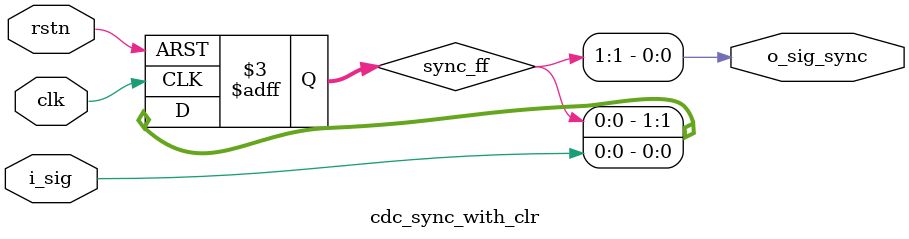
<source format=sv>
/*===============================================================================================================================
   Module       : CDC Synchronizer

   Description  : CDC Synchronizer synchronizes 1-bit signal from source clock domain safely to destination clock domain.               

   Developer    : Mitu Raj, chip@chipmunklogic.com at Chipmunk Logic ™, https://chipmunklogic.com
   Notes        : Attribute ASYNC_REG used to PAR the flops together in Xilinx FPGAs.
   License      : Open-source.
   Date         : Aug-17-2022
===============================================================================================================================*/

/*-------------------------------------------------------------------------------------------------------------------------------
                                                   C D C   S Y N C H R O N I Z E R
-------------------------------------------------------------------------------------------------------------------------------*/

module cdc_sync_with_clr #(
   
   // Configurable parameters   
   parameter STAGES = 2             // No. of flops in the chain, min. 2
)

(
   input  logic clk        ,        // Clock @ destination clock domain
   input  logic rstn       ,        // Async Reset @ destination clock domain
   input  logic i_sig      ,        // Input signal, asynchronous
   output logic o_sig_sync          // Output signal synchronized to clk
) ;

(* ASYNC_REG = "TRUE" *)
logic [STAGES-1: 0] sync_ff ;

// Synchronizing logic
always @(posedge clk or negedge rstn) begin
   
   if (!rstn) begin
      sync_ff <= '0 ;
   end
   else begin
      sync_ff <= {sync_ff [STAGES-2 : 0], i_sig} ;     
   end  

end

// Synchronized signal
assign o_sig_sync = sync_ff [STAGES-1] ;

endmodule

/*-------------------------------------------------------------------------------------------------------------------------------
                                                   C D C   S Y N C H R O N I Z E R
-------------------------------------------------------------------------------------------------------------------------------*/
</source>
